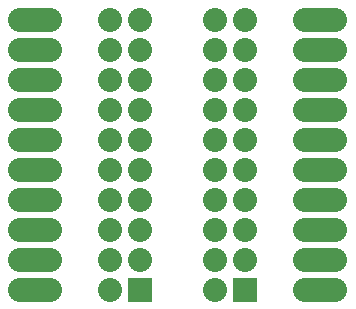
<source format=gbs>
G04 (created by PCBNEW-RS274X (2012-01-19 BZR 3256)-stable) date 20/09/2012 17:26:11*
G01*
G70*
G90*
%MOIN*%
G04 Gerber Fmt 3.4, Leading zero omitted, Abs format*
%FSLAX34Y34*%
G04 APERTURE LIST*
%ADD10C,0.006000*%
%ADD11O,0.180000X0.080000*%
%ADD12C,0.080000*%
%ADD13R,0.080000X0.080000*%
G04 APERTURE END LIST*
G54D10*
G54D11*
X85000Y-64500D03*
X85000Y-63500D03*
X85000Y-62500D03*
X85000Y-61500D03*
X85000Y-60500D03*
X85000Y-59500D03*
X85000Y-58500D03*
X85000Y-57500D03*
X85000Y-56500D03*
X85000Y-55500D03*
X94500Y-64500D03*
X94500Y-63500D03*
X94500Y-62500D03*
X94500Y-61500D03*
X94500Y-60500D03*
X94500Y-59500D03*
X94500Y-58500D03*
X94500Y-57500D03*
X94500Y-56500D03*
X94500Y-55500D03*
G54D12*
X87500Y-64500D03*
X88500Y-63500D03*
G54D13*
X88500Y-64500D03*
G54D12*
X87500Y-63500D03*
X88500Y-62500D03*
X87500Y-62500D03*
X88500Y-61500D03*
X87500Y-61500D03*
X88500Y-60500D03*
X87500Y-60500D03*
X88500Y-59500D03*
X87500Y-59500D03*
X88500Y-58500D03*
X87500Y-58500D03*
X88500Y-57500D03*
X87500Y-57500D03*
X88500Y-56500D03*
X87500Y-56500D03*
X88500Y-55500D03*
X87500Y-55500D03*
X91000Y-64500D03*
X92000Y-63500D03*
G54D13*
X92000Y-64500D03*
G54D12*
X91000Y-63500D03*
X92000Y-62500D03*
X91000Y-62500D03*
X92000Y-61500D03*
X91000Y-61500D03*
X92000Y-60500D03*
X91000Y-60500D03*
X92000Y-59500D03*
X91000Y-59500D03*
X92000Y-58500D03*
X91000Y-58500D03*
X92000Y-57500D03*
X91000Y-57500D03*
X92000Y-56500D03*
X91000Y-56500D03*
X92000Y-55500D03*
X91000Y-55500D03*
M02*

</source>
